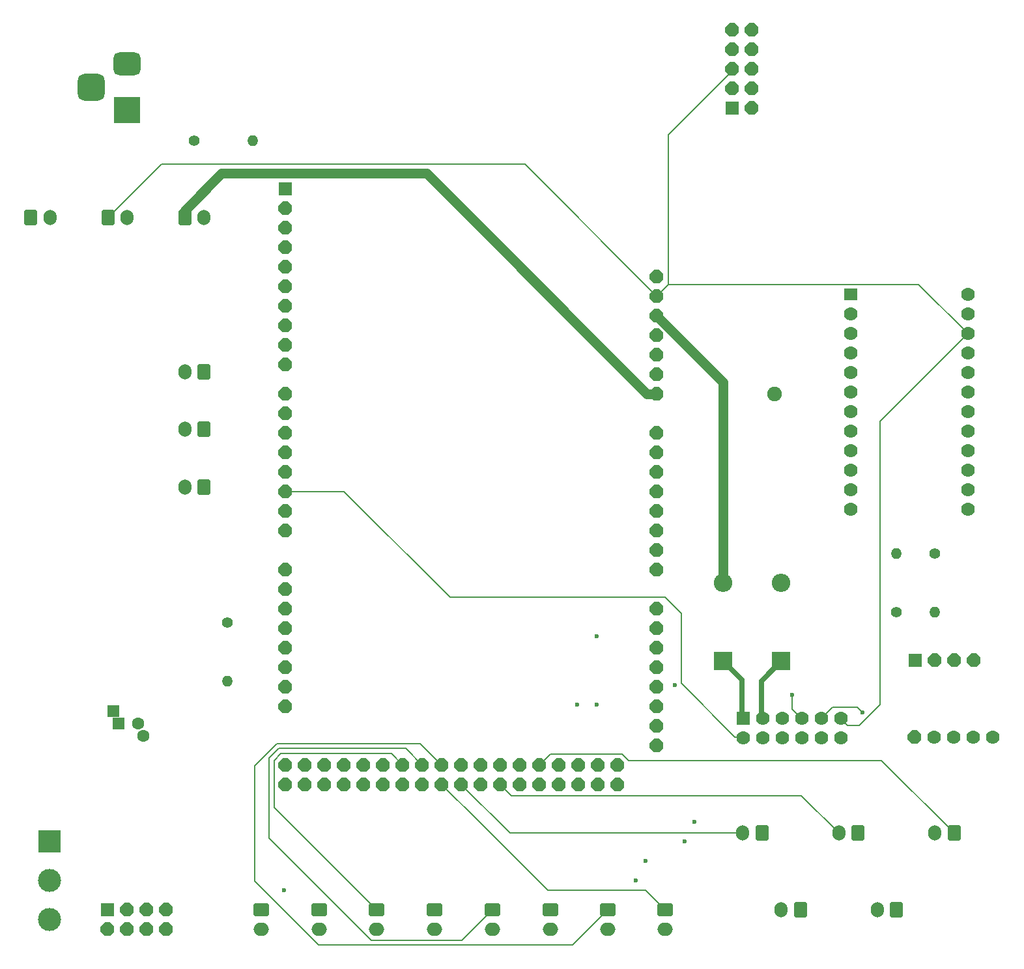
<source format=gbr>
%TF.GenerationSoftware,KiCad,Pcbnew,8.0.5*%
%TF.CreationDate,2024-10-16T12:35:09-06:00*%
%TF.ProjectId,main V4,6d61696e-2056-4342-9e6b-696361645f70,rev?*%
%TF.SameCoordinates,Original*%
%TF.FileFunction,Copper,L3,Inr*%
%TF.FilePolarity,Positive*%
%FSLAX46Y46*%
G04 Gerber Fmt 4.6, Leading zero omitted, Abs format (unit mm)*
G04 Created by KiCad (PCBNEW 8.0.5) date 2024-10-16 12:35:09*
%MOMM*%
%LPD*%
G01*
G04 APERTURE LIST*
G04 Aperture macros list*
%AMRoundRect*
0 Rectangle with rounded corners*
0 $1 Rounding radius*
0 $2 $3 $4 $5 $6 $7 $8 $9 X,Y pos of 4 corners*
0 Add a 4 corners polygon primitive as box body*
4,1,4,$2,$3,$4,$5,$6,$7,$8,$9,$2,$3,0*
0 Add four circle primitives for the rounded corners*
1,1,$1+$1,$2,$3*
1,1,$1+$1,$4,$5*
1,1,$1+$1,$6,$7*
1,1,$1+$1,$8,$9*
0 Add four rect primitives between the rounded corners*
20,1,$1+$1,$2,$3,$4,$5,0*
20,1,$1+$1,$4,$5,$6,$7,0*
20,1,$1+$1,$6,$7,$8,$9,0*
20,1,$1+$1,$8,$9,$2,$3,0*%
%AMOutline5P*
0 Free polygon, 5 corners , with rotation*
0 The origin of the aperture is its center*
0 number of corners: always 5*
0 $1 to $10 corner X, Y*
0 $11 Rotation angle, in degrees counterclockwise*
0 create outline with 5 corners*
4,1,5,$1,$2,$3,$4,$5,$6,$7,$8,$9,$10,$1,$2,$11*%
%AMOutline6P*
0 Free polygon, 6 corners , with rotation*
0 The origin of the aperture is its center*
0 number of corners: always 6*
0 $1 to $12 corner X, Y*
0 $13 Rotation angle, in degrees counterclockwise*
0 create outline with 6 corners*
4,1,6,$1,$2,$3,$4,$5,$6,$7,$8,$9,$10,$11,$12,$1,$2,$13*%
%AMOutline7P*
0 Free polygon, 7 corners , with rotation*
0 The origin of the aperture is its center*
0 number of corners: always 7*
0 $1 to $14 corner X, Y*
0 $15 Rotation angle, in degrees counterclockwise*
0 create outline with 7 corners*
4,1,7,$1,$2,$3,$4,$5,$6,$7,$8,$9,$10,$11,$12,$13,$14,$1,$2,$15*%
%AMOutline8P*
0 Free polygon, 8 corners , with rotation*
0 The origin of the aperture is its center*
0 number of corners: always 8*
0 $1 to $16 corner X, Y*
0 $17 Rotation angle, in degrees counterclockwise*
0 create outline with 8 corners*
4,1,8,$1,$2,$3,$4,$5,$6,$7,$8,$9,$10,$11,$12,$13,$14,$15,$16,$1,$2,$17*%
G04 Aperture macros list end*
%TA.AperFunction,ComponentPad*%
%ADD10R,1.600000X1.600000*%
%TD*%
%TA.AperFunction,ComponentPad*%
%ADD11C,1.600000*%
%TD*%
%TA.AperFunction,ComponentPad*%
%ADD12R,1.778000X1.778000*%
%TD*%
%TA.AperFunction,ComponentPad*%
%ADD13Outline8P,-0.889000X0.368236X-0.368236X0.889000X0.368236X0.889000X0.889000X0.368236X0.889000X-0.368236X0.368236X-0.889000X-0.368236X-0.889000X-0.889000X-0.368236X0.000000*%
%TD*%
%TA.AperFunction,ComponentPad*%
%ADD14R,3.500000X3.500000*%
%TD*%
%TA.AperFunction,ComponentPad*%
%ADD15RoundRect,0.750000X-1.000000X0.750000X-1.000000X-0.750000X1.000000X-0.750000X1.000000X0.750000X0*%
%TD*%
%TA.AperFunction,ComponentPad*%
%ADD16RoundRect,0.875000X-0.875000X0.875000X-0.875000X-0.875000X0.875000X-0.875000X0.875000X0.875000X0*%
%TD*%
%TA.AperFunction,ComponentPad*%
%ADD17RoundRect,0.250000X-0.750000X0.600000X-0.750000X-0.600000X0.750000X-0.600000X0.750000X0.600000X0*%
%TD*%
%TA.AperFunction,ComponentPad*%
%ADD18O,2.000000X1.700000*%
%TD*%
%TA.AperFunction,ComponentPad*%
%ADD19C,1.400000*%
%TD*%
%TA.AperFunction,ComponentPad*%
%ADD20O,1.400000X1.400000*%
%TD*%
%TA.AperFunction,ComponentPad*%
%ADD21RoundRect,0.250000X-0.600000X-0.750000X0.600000X-0.750000X0.600000X0.750000X-0.600000X0.750000X0*%
%TD*%
%TA.AperFunction,ComponentPad*%
%ADD22O,1.700000X2.000000*%
%TD*%
%TA.AperFunction,ComponentPad*%
%ADD23RoundRect,0.250000X0.600000X0.750000X-0.600000X0.750000X-0.600000X-0.750000X0.600000X-0.750000X0*%
%TD*%
%TA.AperFunction,ComponentPad*%
%ADD24Outline8P,-0.889000X0.368236X-0.368236X0.889000X0.368236X0.889000X0.889000X0.368236X0.889000X-0.368236X0.368236X-0.889000X-0.368236X-0.889000X-0.889000X-0.368236X90.000000*%
%TD*%
%TA.AperFunction,ComponentPad*%
%ADD25R,2.400000X2.400000*%
%TD*%
%TA.AperFunction,ComponentPad*%
%ADD26O,2.400000X2.400000*%
%TD*%
%TA.AperFunction,ComponentPad*%
%ADD27C,1.778000*%
%TD*%
%TA.AperFunction,ComponentPad*%
%ADD28R,3.000000X3.000000*%
%TD*%
%TA.AperFunction,ComponentPad*%
%ADD29C,3.000000*%
%TD*%
%TA.AperFunction,ComponentPad*%
%ADD30Outline8P,-0.889000X0.368236X-0.368236X0.889000X0.368236X0.889000X0.889000X0.368236X0.889000X-0.368236X0.368236X-0.889000X-0.368236X-0.889000X-0.889000X-0.368236X180.000000*%
%TD*%
%TA.AperFunction,ComponentPad*%
%ADD31C,1.905000*%
%TD*%
%TA.AperFunction,ComponentPad*%
%ADD32R,1.778000X1.524000*%
%TD*%
%TA.AperFunction,ViaPad*%
%ADD33C,1.270000*%
%TD*%
%TA.AperFunction,ViaPad*%
%ADD34C,0.600000*%
%TD*%
%TA.AperFunction,Conductor*%
%ADD35C,1.270000*%
%TD*%
%TA.AperFunction,Conductor*%
%ADD36C,0.635000*%
%TD*%
%TA.AperFunction,Conductor*%
%ADD37C,0.200000*%
%TD*%
G04 APERTURE END LIST*
D10*
%TO.N,/5V*%
%TO.C,C2*%
X80740126Y-131674000D03*
X81411063Y-133274000D03*
D11*
%TO.N,GND*%
X83911063Y-133274000D03*
X84582000Y-134874000D03*
%TD*%
D12*
%TO.N,Net-(R2-Pad1)*%
%TO.C,U$2*%
X184960000Y-125000000D03*
D13*
%TO.N,Net-(R3-Pad2)*%
X187500000Y-125000000D03*
%TO.N,GND*%
X190040000Y-125000000D03*
%TO.N,/5V*%
X192580000Y-125000000D03*
%TD*%
D14*
%TO.N,/RAW_IN*%
%TO.C,J1*%
X82500000Y-53500000D03*
D15*
%TO.N,unconnected-(J1-Pad2)*%
X82500000Y-47500000D03*
D16*
%TO.N,GND*%
X77800000Y-50500000D03*
%TD*%
D17*
%TO.N,Net-(SW6A-S)*%
%TO.C,SW6*%
X137500000Y-157500000D03*
D18*
%TO.N,GND*%
X137500000Y-160000000D03*
%TD*%
D17*
%TO.N,Net-(SW4A-S)*%
%TO.C,SW4*%
X122450000Y-157500000D03*
D18*
%TO.N,GND*%
X122450000Y-160000000D03*
%TD*%
D17*
%TO.N,Net-(SW1A-S)*%
%TO.C,SW1*%
X99950000Y-157500000D03*
D18*
%TO.N,GND*%
X99950000Y-160000000D03*
%TD*%
D19*
%TO.N,Net-(R2-Pad1)*%
%TO.C,R2*%
X182500000Y-118810000D03*
D20*
%TO.N,/5V*%
X182500000Y-111190000D03*
%TD*%
D21*
%TO.N,/5V*%
%TO.C,POWER_LED0*%
X90000000Y-67500000D03*
D22*
%TO.N,Net-(POWER_LED0B-S)*%
X92500000Y-67500000D03*
%TD*%
D23*
%TO.N,Net-(JACK_CON3A-S)*%
%TO.C,JACK_CON3*%
X177500000Y-147500000D03*
D22*
%TO.N,Net-(JACK_CON3B-S)*%
X175000000Y-147500000D03*
%TD*%
D23*
%TO.N,Net-(JACK_CON1A-S)*%
%TO.C,JACK_CON1*%
X165000000Y-147500000D03*
D22*
%TO.N,Net-(JACK_CON1B-S)*%
X162500000Y-147500000D03*
%TD*%
D23*
%TO.N,Net-(SECTION_2_BUTTON0A-KL)*%
%TO.C,SECTION_2_BUTTON0*%
X92500000Y-95000000D03*
D22*
%TO.N,GND*%
X90000000Y-95000000D03*
%TD*%
D17*
%TO.N,Net-(SW5A-S)*%
%TO.C,SW5*%
X129950000Y-157500000D03*
D18*
%TO.N,GND*%
X129950000Y-160000000D03*
%TD*%
D21*
%TO.N,/RESET*%
%TO.C,RESET0*%
X80000000Y-67500000D03*
D22*
%TO.N,GND*%
X82500000Y-67500000D03*
%TD*%
D21*
%TO.N,/RAW_IN*%
%TO.C,PWR_IN0*%
X70000000Y-67500000D03*
D22*
%TO.N,/5V*%
X72500000Y-67500000D03*
%TD*%
D24*
%TO.N,unconnected-(11-Pad3V3)*%
%TO.C,11*%
X163703000Y-43053000D03*
%TO.N,/5V*%
X161163000Y-43053000D03*
D12*
%TO.N,GND*%
X161163000Y-53213000D03*
D24*
X161163000Y-45593000D03*
%TO.N,unconnected-(11-PadINT)*%
X161163000Y-50673000D03*
%TO.N,Net-(U1-12)*%
X163703000Y-45593000D03*
%TO.N,Net-(U1-11)*%
X163703000Y-48133000D03*
%TO.N,/RESET*%
X161163000Y-48133000D03*
%TO.N,Net-(U1-13)*%
X163703000Y-53213000D03*
%TO.N,Net-(U1-10)*%
X163703000Y-50673000D03*
%TD*%
D25*
%TO.N,Net-(D2-K)*%
%TO.C,D2*%
X160000000Y-125160000D03*
D26*
%TO.N,/3V3*%
X160000000Y-115000000D03*
%TD*%
D17*
%TO.N,Net-(SW3A-S)*%
%TO.C,SW3*%
X114950000Y-157500000D03*
D18*
%TO.N,GND*%
X114950000Y-160000000D03*
%TD*%
D23*
%TO.N,Net-(JACK_CON5A-S)*%
%TO.C,JACK_CON5*%
X190000000Y-147500000D03*
D22*
%TO.N,Net-(JACK_CON5B-S)*%
X187500000Y-147500000D03*
%TD*%
D19*
%TO.N,Net-(Neopixel Resistor1-Pad1)*%
%TO.C,Neopixel Resistor*%
X95504000Y-120142000D03*
D20*
%TO.N,Net-(X1B-KL)*%
X95504000Y-127762000D03*
%TD*%
D17*
%TO.N,Net-(SW2A-S)*%
%TO.C,SW2*%
X107450000Y-157500000D03*
D18*
%TO.N,GND*%
X107450000Y-160000000D03*
%TD*%
D12*
%TO.N,Net-(D2-K)*%
%TO.C,C1*%
X162560000Y-132588000D03*
D27*
%TO.N,Net-(D1-K)*%
X165100000Y-132588000D03*
%TO.N,GND*%
X167640000Y-132588000D03*
%TO.N,/MISO*%
X172720000Y-135128000D03*
%TO.N,/MOSI*%
X172720000Y-132588000D03*
%TO.N,/RESET*%
X175260000Y-132588000D03*
%TO.N,/SCK*%
X170180000Y-132588000D03*
%TO.N,/D48*%
X170180000Y-135128000D03*
%TO.N,/D2*%
X162560000Y-135128000D03*
%TO.N,/D53*%
X167640000Y-135128000D03*
%TO.N,Net-(C1-PadTFT_DC)*%
X165100000Y-135128000D03*
%TO.N,/Touch_CS*%
X175260000Y-135128000D03*
%TD*%
D19*
%TO.N,Net-(POWER_LED0B-S)*%
%TO.C,R1*%
X91190000Y-57500000D03*
D20*
%TO.N,GND*%
X98810000Y-57500000D03*
%TD*%
D17*
%TO.N,Net-(SW8A-S)*%
%TO.C,SW8*%
X152450000Y-157500000D03*
D18*
%TO.N,GND*%
X152450000Y-160000000D03*
%TD*%
D12*
%TO.N,Net-(U$1-PadD22)*%
%TO.C,U$4*%
X79960000Y-157460000D03*
D13*
%TO.N,Net-(U$1-PadD23)*%
X82500000Y-157460000D03*
%TO.N,Net-(U$1-PadD24)*%
X85040000Y-157460000D03*
%TO.N,Net-(U$1-PadD25)*%
X87580000Y-157460000D03*
%TO.N,Net-(U$1-PadD26)*%
X79960000Y-160000000D03*
%TO.N,Net-(U$1-PadD27)*%
X82500000Y-160000000D03*
%TO.N,Net-(U$1-PadD28)*%
X85040000Y-160000000D03*
%TO.N,/D29*%
X87580000Y-160000000D03*
%TD*%
D17*
%TO.N,Net-(SW7A-S)*%
%TO.C,SW7*%
X144950000Y-157500000D03*
D18*
%TO.N,GND*%
X144950000Y-160000000D03*
%TD*%
D28*
%TO.N,/5V*%
%TO.C,X1*%
X72390000Y-148590000D03*
D29*
%TO.N,Net-(X1B-KL)*%
X72390000Y-153670000D03*
%TO.N,GND*%
X72390000Y-158750000D03*
%TD*%
D30*
%TO.N,/3V3*%
%TO.C,U$1*%
X151328500Y-80210000D03*
%TO.N,Net-(U$1-5V-Pad5V@1)*%
X151328500Y-82750000D03*
X103068500Y-138630000D03*
X103068500Y-141170000D03*
%TO.N,unconnected-(U$1-PadA0)*%
X151328500Y-95450000D03*
%TO.N,/Touch_CS*%
X151328500Y-97990000D03*
%TO.N,Net-(U2-T_IRQ)*%
X151328500Y-100530000D03*
%TO.N,unconnected-(U$1-PadA3)*%
X151328500Y-103070000D03*
%TO.N,unconnected-(U$1-PadA4)*%
X151328500Y-105610000D03*
%TO.N,unconnected-(U$1-PadA5)*%
X151328500Y-108150000D03*
%TO.N,unconnected-(U$1-PadA6)*%
X151328500Y-110690000D03*
%TO.N,unconnected-(U$1-PadA7)*%
X151328500Y-113230000D03*
%TO.N,unconnected-(U$1-PadA8)*%
X151328500Y-118310000D03*
%TO.N,unconnected-(U$1-PadA9)*%
X151328500Y-120850000D03*
%TO.N,unconnected-(U$1-PadA10)*%
X151328500Y-123390000D03*
%TO.N,unconnected-(U$1-PadA11)*%
X151328500Y-125930000D03*
%TO.N,unconnected-(U$1-PadA12)*%
X151328500Y-128470000D03*
%TO.N,unconnected-(U$1-PadA13)*%
X151328500Y-131010000D03*
%TO.N,unconnected-(U$1-PadA14)*%
X151328500Y-133550000D03*
%TO.N,unconnected-(U$1-PadA15)*%
X151328500Y-136090000D03*
%TO.N,unconnected-(U$1-PadAREF)*%
X103068500Y-68780000D03*
%TO.N,Net-(U1-TXD)*%
X103068500Y-108150000D03*
%TO.N,Net-(U1-RXI)*%
X103068500Y-105610000D03*
%TO.N,/D2*%
X103068500Y-103070000D03*
%TO.N,unconnected-(U$1-PadD3)*%
X103068500Y-100530000D03*
%TO.N,Net-(R2-Pad1)*%
X103068500Y-97990000D03*
%TO.N,Net-(R3-Pad2)*%
X103068500Y-95450000D03*
%TO.N,unconnected-(U$1-PadD6)*%
X103068500Y-92910000D03*
%TO.N,unconnected-(U$1-PadD7)*%
X103068500Y-90370000D03*
%TO.N,Net-(Neopixel Resistor1-Pad1)*%
X103068500Y-86560000D03*
%TO.N,Net-(SECTION_1_BUTTON0A-KL)*%
X103068500Y-84020000D03*
%TO.N,Net-(SECTION_2_BUTTON0A-KL)*%
X103068500Y-81480000D03*
%TO.N,Net-(SECTION_3_BUTTON0A-KL)*%
X103068500Y-78940000D03*
%TO.N,unconnected-(U$1-PadD12)*%
X103068500Y-76400000D03*
%TO.N,unconnected-(U$1-PadD13)*%
X103068500Y-73860000D03*
%TO.N,unconnected-(U$1-PadD14)*%
X103068500Y-113230000D03*
%TO.N,unconnected-(U$1-PadD15)*%
X103068500Y-115770000D03*
%TO.N,unconnected-(U$1-PadD16)*%
X103068500Y-118310000D03*
%TO.N,unconnected-(U$1-PadD17)*%
X103068500Y-120850000D03*
%TO.N,unconnected-(U$1-PadD18)*%
X103068500Y-123390000D03*
%TO.N,unconnected-(U$1-PadD19)*%
X103068500Y-125930000D03*
%TO.N,Net-(U$1-PadD20)*%
X103068500Y-128470000D03*
%TO.N,/D21*%
X103068500Y-131010000D03*
%TO.N,Net-(U$1-PadD22)*%
X105608500Y-138630000D03*
%TO.N,Net-(U$1-PadD23)*%
X105608500Y-141170000D03*
%TO.N,Net-(U$1-PadD24)*%
X108148500Y-138630000D03*
%TO.N,Net-(U$1-PadD25)*%
X108148500Y-141170000D03*
%TO.N,Net-(U$1-PadD26)*%
X110688500Y-138630000D03*
%TO.N,Net-(U$1-PadD27)*%
X110688500Y-141170000D03*
%TO.N,Net-(U$1-PadD28)*%
X113228500Y-138630000D03*
%TO.N,/D29*%
X113228500Y-141170000D03*
%TO.N,Net-(SW1A-S)*%
X115768500Y-138630000D03*
%TO.N,Net-(SW2A-S)*%
X115768500Y-141170000D03*
%TO.N,Net-(SW3A-S)*%
X118308500Y-138630000D03*
%TO.N,Net-(SW4A-S)*%
X118308500Y-141170000D03*
%TO.N,Net-(SW5A-S)*%
X120848500Y-138630000D03*
%TO.N,Net-(SW6A-S)*%
X120848500Y-141170000D03*
%TO.N,Net-(SW7A-S)*%
X123388500Y-138630000D03*
%TO.N,Net-(SW8A-S)*%
X123388500Y-141170000D03*
%TO.N,Net-(JACK_CON1A-S)*%
X125928500Y-138630000D03*
%TO.N,Net-(JACK_CON1B-S)*%
X125928500Y-141170000D03*
%TO.N,Net-(JACK_CON2A-S)*%
X128468500Y-138630000D03*
%TO.N,Net-(JACK_CON2B-S)*%
X128468500Y-141170000D03*
%TO.N,Net-(JACK_CON3A-S)*%
X131008500Y-138630000D03*
%TO.N,Net-(JACK_CON3B-S)*%
X131008500Y-141170000D03*
%TO.N,Net-(JACK_CON4A-S)*%
X133548500Y-138630000D03*
%TO.N,Net-(JACK_CON4B-S)*%
X133548500Y-141170000D03*
%TO.N,Net-(JACK_CON5A-S)*%
X136088500Y-138630000D03*
%TO.N,Net-(JACK_CON5B-S)*%
X136088500Y-141170000D03*
%TO.N,/D48*%
X138628500Y-138630000D03*
%TO.N,Net-(C1-PadTFT_DC)*%
X138628500Y-141170000D03*
%TO.N,/MISO*%
X141168500Y-138630000D03*
%TO.N,/MOSI*%
X141168500Y-141170000D03*
%TO.N,/SCK*%
X143708500Y-138630000D03*
%TO.N,/D53*%
X143708500Y-141170000D03*
%TO.N,GND*%
X103068500Y-71320000D03*
X151328500Y-87830000D03*
X151328500Y-85290000D03*
X146248500Y-138630000D03*
X146248500Y-141170000D03*
%TO.N,unconnected-(U$1-PadIOREF)*%
X151328500Y-75130000D03*
%TO.N,/RESET*%
X151328500Y-77670000D03*
D12*
%TO.N,unconnected-(U$1-PadSCL)*%
X103068500Y-63700000D03*
D30*
%TO.N,unconnected-(U$1-PadSDA)*%
X103068500Y-66240000D03*
%TO.N,/5V*%
X151328500Y-90370000D03*
%TD*%
D31*
%TO.N,Net-(U2-T_IRQ)*%
%TO.C,U2*%
X166624000Y-90424000D03*
%TD*%
D23*
%TO.N,Net-(JACK_CON2A-S)*%
%TO.C,JACK_CON2*%
X170000000Y-157500000D03*
D22*
%TO.N,Net-(JACK_CON2B-S)*%
X167500000Y-157500000D03*
%TD*%
D23*
%TO.N,Net-(SECTION_1_BUTTON0A-KL)*%
%TO.C,SECTION_1_BUTTON0*%
X92500000Y-102500000D03*
D22*
%TO.N,GND*%
X90000000Y-102500000D03*
%TD*%
D32*
%TO.N,Net-(U1-TXD)*%
%TO.C,U1*%
X176530000Y-77470000D03*
D27*
%TO.N,Net-(U1-RXI)*%
X176530000Y-80010000D03*
%TO.N,unconnected-(U1-GND{slash}RST-Pad2)*%
X176530000Y-82550000D03*
%TO.N,unconnected-(U1-GND-Pad3)*%
X176530000Y-85090000D03*
%TO.N,unconnected-(U1-2-Pad4)*%
X176530000Y-87630000D03*
%TO.N,unconnected-(U1-3-Pad5)*%
X176530000Y-90170000D03*
%TO.N,unconnected-(U1-4-Pad6)*%
X176530000Y-92710000D03*
%TO.N,unconnected-(U1-5-Pad7)*%
X176530000Y-95250000D03*
%TO.N,unconnected-(U1-6-Pad8)*%
X176530000Y-97790000D03*
%TO.N,unconnected-(U1-7-Pad9)*%
X176530000Y-100330000D03*
%TO.N,unconnected-(U1-8-Pad10)*%
X176530000Y-102870000D03*
%TO.N,unconnected-(U1-9-Pad11)*%
X176530000Y-105410000D03*
%TO.N,Net-(U1-10)*%
X191770000Y-105410000D03*
%TO.N,Net-(U1-11)*%
X191770000Y-102870000D03*
%TO.N,Net-(U1-12)*%
X191770000Y-100330000D03*
%TO.N,Net-(U1-13)*%
X191770000Y-97790000D03*
%TO.N,unconnected-(U1-A0-Pad16)*%
X191770000Y-95250000D03*
%TO.N,unconnected-(U1-A1-Pad17)*%
X191770000Y-92710000D03*
%TO.N,unconnected-(U1-A2-Pad18)*%
X191770000Y-90170000D03*
%TO.N,unconnected-(U1-A3-Pad19)*%
X191770000Y-87630000D03*
%TO.N,/5V*%
X191770000Y-85090000D03*
%TO.N,/RESET*%
X191770000Y-82550000D03*
%TO.N,GND*%
X191770000Y-80010000D03*
%TO.N,unconnected-(U1-RAW-Pad23)*%
X191770000Y-77470000D03*
%TD*%
D23*
%TO.N,Net-(JACK_CON4A-S)*%
%TO.C,JACK_CON4*%
X182500000Y-157500000D03*
D22*
%TO.N,Net-(JACK_CON4B-S)*%
X180000000Y-157500000D03*
%TD*%
D19*
%TO.N,/5V*%
%TO.C,R3*%
X187500000Y-111190000D03*
D20*
%TO.N,Net-(R3-Pad2)*%
X187500000Y-118810000D03*
%TD*%
D27*
%TO.N,/5V*%
%TO.C,U$5*%
X192500000Y-135000000D03*
D13*
%TO.N,/D21*%
X184880000Y-135000000D03*
D27*
%TO.N,Net-(U$1-PadD20)*%
X187420000Y-135000000D03*
%TO.N,GND*%
X195040000Y-135000000D03*
%TO.N,unconnected-(U$5-PadSW)*%
X189960000Y-135000000D03*
%TD*%
D23*
%TO.N,Net-(SECTION_3_BUTTON0A-KL)*%
%TO.C,SECTION_3_BUTTON0*%
X92500000Y-87500000D03*
D22*
%TO.N,GND*%
X90000000Y-87500000D03*
%TD*%
D25*
%TO.N,Net-(D1-K)*%
%TO.C,D1*%
X167500000Y-125160000D03*
D26*
%TO.N,/5V*%
X167500000Y-115000000D03*
%TD*%
D33*
%TO.N,/5V*%
X123190000Y-63500000D03*
D34*
%TO.N,Net-(JACK_CON5B-S)*%
X148590000Y-153670000D03*
%TO.N,/SCK*%
X143510000Y-121920000D03*
X168910000Y-129540000D03*
X143510000Y-130810000D03*
%TO.N,/MOSI*%
X178054000Y-131826000D03*
X154940000Y-148590000D03*
%TO.N,/D48*%
X153670000Y-128270000D03*
%TO.N,Net-(U$1-5V-Pad5V@1)*%
X102870000Y-154940000D03*
%TO.N,/D53*%
X156210000Y-146050000D03*
%TO.N,/MISO*%
X140970000Y-130810000D03*
%TO.N,Net-(C1-PadTFT_DC)*%
X149860000Y-151130000D03*
%TD*%
D35*
%TO.N,/5V*%
X90000000Y-67500000D02*
X90000000Y-66500000D01*
X90000000Y-66500000D02*
X94781200Y-61718800D01*
X121408800Y-61718800D02*
X123190000Y-63500000D01*
X150060000Y-90370000D02*
X151328500Y-90370000D01*
X123190000Y-63500000D02*
X150060000Y-90370000D01*
X94781200Y-61718800D02*
X121408800Y-61718800D01*
D36*
%TO.N,Net-(D1-K)*%
X164920000Y-127740000D02*
X167500000Y-125160000D01*
X164920000Y-132460000D02*
X164920000Y-127740000D01*
%TO.N,Net-(D2-K)*%
X162380000Y-127540000D02*
X160000000Y-125160000D01*
X162380000Y-132460000D02*
X162380000Y-127540000D01*
D35*
%TO.N,/3V3*%
X160000000Y-115000000D02*
X160000000Y-88881500D01*
X160000000Y-88881500D02*
X151328500Y-80210000D01*
D37*
%TO.N,Net-(JACK_CON1A-S)*%
X165000000Y-147420000D02*
X165100000Y-147320000D01*
X165000000Y-147500000D02*
X165000000Y-147420000D01*
%TO.N,Net-(JACK_CON1B-S)*%
X132258500Y-147500000D02*
X162500000Y-147500000D01*
X125928500Y-141170000D02*
X132258500Y-147500000D01*
%TO.N,Net-(JACK_CON2B-S)*%
X128468500Y-141168500D02*
X128270000Y-140970000D01*
X128468500Y-141170000D02*
X128468500Y-141168500D01*
%TO.N,Net-(JACK_CON3B-S)*%
X131008500Y-141170000D02*
X132454700Y-142616200D01*
X132454700Y-142616200D02*
X170116200Y-142616200D01*
X170116200Y-142616200D02*
X175000000Y-147500000D01*
%TO.N,Net-(JACK_CON5A-S)*%
X137534700Y-137183800D02*
X136088500Y-138630000D01*
X190000000Y-147500000D02*
X180530964Y-138030964D01*
X147694700Y-138030964D02*
X146847536Y-137183800D01*
X146847536Y-137183800D02*
X137534700Y-137183800D01*
X180530964Y-138030964D02*
X147694700Y-138030964D01*
%TO.N,/RESET*%
X152847700Y-76150800D02*
X152847700Y-56702300D01*
X176148999Y-133476999D02*
X177615265Y-133476999D01*
X180340000Y-93980000D02*
X191770000Y-82550000D01*
X152847700Y-76150800D02*
X185370800Y-76150800D01*
X177615265Y-133476999D02*
X180340000Y-130752264D01*
X134185100Y-60526600D02*
X151328500Y-77670000D01*
X152847700Y-56702300D02*
X161290000Y-48260000D01*
X86973400Y-60526600D02*
X134185100Y-60526600D01*
X151328500Y-77670000D02*
X152847700Y-76150800D01*
X180340000Y-130752264D02*
X180340000Y-93980000D01*
X175260000Y-132588000D02*
X176148999Y-133476999D01*
X185370800Y-76150800D02*
X191770000Y-82550000D01*
X80000000Y-67500000D02*
X86973400Y-60526600D01*
%TO.N,Net-(SW3A-S)*%
X101622300Y-144172300D02*
X101622300Y-138030964D01*
X114950000Y-157500000D02*
X101622300Y-144172300D01*
X102493264Y-137160000D02*
X116838500Y-137160000D01*
X116838500Y-137160000D02*
X118308500Y-138630000D01*
X101622300Y-138030964D02*
X102493264Y-137160000D01*
%TO.N,Net-(SW5A-S)*%
X118722800Y-136502800D02*
X120848500Y-138628500D01*
X114217119Y-161407200D02*
X100965100Y-148155181D01*
X102221042Y-136502800D02*
X118722800Y-136502800D01*
X129950000Y-157500000D02*
X126042800Y-161407200D01*
X100965100Y-137758742D02*
X102221042Y-136502800D01*
X120848500Y-138628500D02*
X120848500Y-138630000D01*
X126042800Y-161407200D02*
X114217119Y-161407200D01*
X100965100Y-148155181D02*
X100965100Y-137758742D01*
%TO.N,Net-(SW7A-S)*%
X120604100Y-135845600D02*
X123388500Y-138630000D01*
X101948820Y-135845600D02*
X120604100Y-135845600D01*
X107374319Y-162064400D02*
X99060000Y-153750081D01*
X99060000Y-153750081D02*
X99060000Y-138734420D01*
X140385600Y-162064400D02*
X107374319Y-162064400D01*
X99060000Y-138734420D02*
X101948820Y-135845600D01*
X144950000Y-157500000D02*
X140385600Y-162064400D01*
%TO.N,Net-(SW8A-S)*%
X128268500Y-146050000D02*
X128270000Y-146050000D01*
X128268500Y-146050000D02*
X123388500Y-141170000D01*
X137160000Y-154940000D02*
X149890000Y-154940000D01*
X149890000Y-154940000D02*
X152450000Y-157500000D01*
X128270000Y-146050000D02*
X137160000Y-154940000D01*
%TO.N,/SCK*%
X168910000Y-129540000D02*
X168910000Y-131370000D01*
X168910000Y-131370000D02*
X170000000Y-132460000D01*
%TO.N,/MOSI*%
X174166200Y-131141800D02*
X172720000Y-132588000D01*
X177369800Y-131141800D02*
X174166200Y-131141800D01*
X178054000Y-131826000D02*
X177369800Y-131141800D01*
%TO.N,/D2*%
X154527200Y-128036200D02*
X154527200Y-118967200D01*
X110690000Y-103070000D02*
X103068500Y-103070000D01*
X161491000Y-135000000D02*
X154527200Y-128036200D01*
X154527200Y-118967200D02*
X152400000Y-116840000D01*
X124460000Y-116840000D02*
X110690000Y-103070000D01*
X152400000Y-116840000D02*
X124460000Y-116840000D01*
X162380000Y-135000000D02*
X161491000Y-135000000D01*
%TO.N,Net-(C1-PadTFT_DC)*%
X138628500Y-141170000D02*
X138430000Y-140971500D01*
X138430000Y-140971500D02*
X138430000Y-140970000D01*
%TD*%
M02*

</source>
